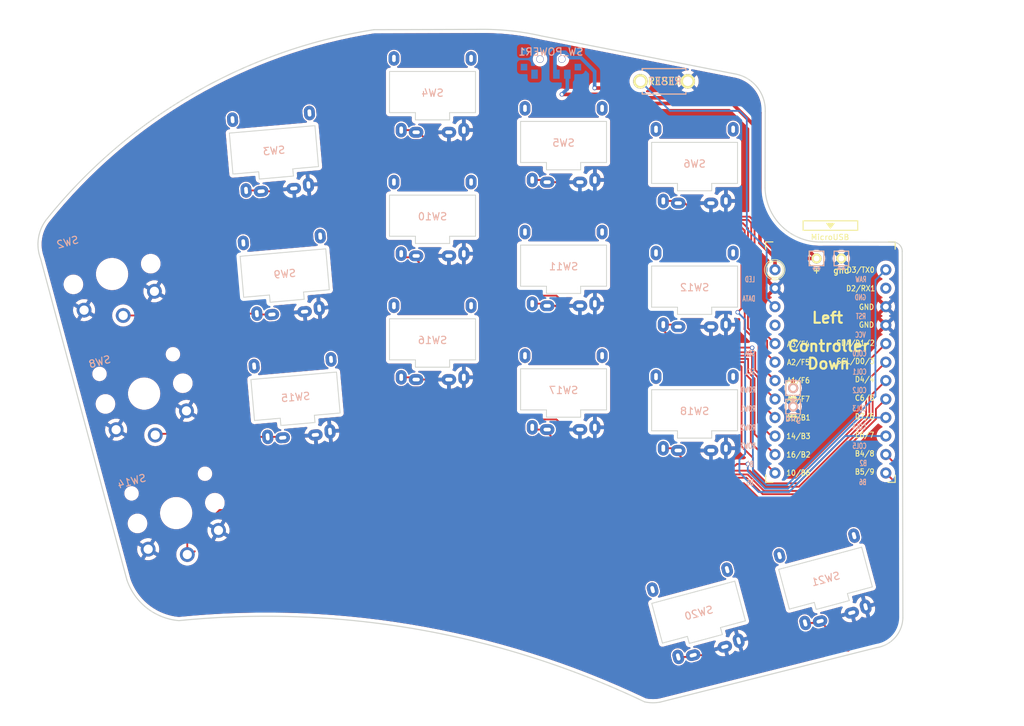
<source format=kicad_pcb>
(kicad_pcb (version 20211014) (generator pcbnew)
  (title_block (title "hypergolic") (date "2020-12-26") (rev "0.1") (company "broomlabs"))
  (layers (0 "F.Cu" signal) (31 "B.Cu" signal) (34 "B.Paste" user) (35 "F.Paste" user) (36 "B.SilkS" user "B.Silkscreen") (37 "F.SilkS" user "F.Silkscreen") (38 "B.Mask" user) (39 "F.Mask" user) (44 "Edge.Cuts" user))
  (net 0 "")
  (net 1 "reset")
  (net 2 "BT+")
  (net 3 "gnd")
  (net 4 "vcc")
  (net 5 "Switch18")
  (net 6 "Switch1")
  (net 7 "Switch2")
  (net 8 "Switch3")
  (net 9 "Switch4")
  (net 10 "Switch5")
  (net 11 "Switch6")
  (net 12 "Switch7")
  (net 13 "Switch8")
  (net 14 "Switch9")
  (net 15 "Switch10")
  (net 16 "Switch11")
  (net 17 "Switch12")
  (net 18 "Switch13")
  (net 19 "Switch14")
  (net 20 "Switch15")
  (net 21 "Switch16")
  (net 22 "Switch17")
  (net 23 "Net-(SW_POWER1-Pad1)")
  (net 24 "raw")
  (footprint "kbd:1pin_conn" (layer "F.Cu") (at 135.65 55.85)
    (fp_text reference "gnd")
    (fp_text value "MountingHole_Pad" hide)
  )
  (footprint "kbd:ResetSW" (layer "F.Cu") (at 111.304 31.496)
    (fp_text reference "RSW1" hide)
    (fp_text value "SW_Push")
  )
  (footprint "Kailh:SW_PG1350_rev_DPB2.1" (layer "F.Cu") (at 35.474366 57.988723 15)
    (fp_text reference "SW2" hide)
    (fp_text value "SW_Push" hide)
  )
  (footprint "kbd:Choc_Mini_PG1232_Choc_Spacing_dual_ease" (layer "F.Cu") (at 57.719643 41.041588 5)
    (fp_text reference "SW3" hide)
    (fp_text value "SW_Push" hide)
    (fp_line (start -2.35 3.7) (end 2.35 3.7) (layer "Edge.Cuts") (width 0.12))
    (fp_line (start 5.9 -2.95) (end 5.9 2.7) (layer "Edge.Cuts") (width 0.12))
    (fp_line (start 2.35 2.7) (end 5.9 2.7) (layer "Edge.Cuts") (width 0.12))
    (fp_line (start -5.9 -2.95) (end 5.9 -2.95) (layer "Edge.Cuts") (width 0.12))
    (fp_line (start -2.35 2.7) (end -2.35 3.7) (layer "Edge.Cuts") (width 0.12))
    (fp_line (start -5.9 2.7) (end -5.9 -2.95) (layer "Edge.Cuts") (width 0.12))
    (fp_line (start -2.35 2.7) (end -5.9 2.7) (layer "Edge.Cuts") (width 0.12))
    (fp_line (start 2.35 3.7) (end 2.35 2.7) (layer "Edge.Cuts") (width 0.12))
  )
  (footprint "kbd:Choc_Mini_PG1232_Choc_Spacing_dual_ease" (layer "F.Cu") (at 79.492 33.102)
    (fp_text reference "SW4" hide)
    (fp_text value "SW_Push" hide)
    (fp_line (start 5.9 -2.95) (end 5.9 2.7) (layer "Edge.Cuts") (width 0.12))
    (fp_line (start -2.35 3.7) (end 2.35 3.7) (layer "Edge.Cuts") (width 0.12))
    (fp_line (start -5.9 2.7) (end -5.9 -2.95) (layer "Edge.Cuts") (width 0.12))
    (fp_line (start 2.35 2.7) (end 5.9 2.7) (layer "Edge.Cuts") (width 0.12))
    (fp_line (start -2.35 2.7) (end -5.9 2.7) (layer "Edge.Cuts") (width 0.12))
    (fp_line (start -2.35 2.7) (end -2.35 3.7) (layer "Edge.Cuts") (width 0.12))
    (fp_line (start -5.9 -2.95) (end 5.9 -2.95) (layer "Edge.Cuts") (width 0.12))
    (fp_line (start 2.35 3.7) (end 2.35 2.7) (layer "Edge.Cuts") (width 0.12))
  )
  (footprint "kbd:Choc_Mini_PG1232_Choc_Spacing_dual_ease" (layer "F.Cu") (at 97.492 39.962)
    (fp_text reference "SW5" hide)
    (fp_text value "SW_Push" hide)
    (fp_line (start -2.35 3.7) (end 2.35 3.7) (layer "Edge.Cuts") (width 0.12))
    (fp_line (start -2.35 2.7) (end -5.9 2.7) (layer "Edge.Cuts") (width 0.12))
    (fp_line (start -5.9 -2.95) (end 5.9 -2.95) (layer "Edge.Cuts") (width 0.12))
    (fp_line (start -5.9 2.7) (end -5.9 -2.95) (layer "Edge.Cuts") (width 0.12))
    (fp_line (start 5.9 -2.95) (end 5.9 2.7) (layer "Edge.Cuts") (width 0.12))
    (fp_line (start 2.35 3.7) (end 2.35 2.7) (layer "Edge.Cuts") (width 0.12))
    (fp_line (start -2.35 2.7) (end -2.35 3.7) (layer "Edge.Cuts") (width 0.12))
    (fp_line (start 2.35 2.7) (end 5.9 2.7) (layer "Edge.Cuts") (width 0.12))
  )
  (footprint "kbd:Choc_Mini_PG1232_Choc_Spacing_dual_ease" (layer "F.Cu") (at 115.492 42.842)
    (fp_text reference "SW6" hide)
    (fp_text value "SW_Push" hide)
    (fp_line (start 2.35 3.7) (end 2.35 2.7) (layer "Edge.Cuts") (width 0.12))
    (fp_line (start -2.35 3.7) (end 2.35 3.7) (layer "Edge.Cuts") (width 0.12))
    (fp_line (start -5.9 2.7) (end -5.9 -2.95) (layer "Edge.Cuts") (width 0.12))
    (fp_line (start -2.35 2.7) (end -2.35 3.7) (layer "Edge.Cuts") (width 0.12))
    (fp_line (start 2.35 2.7) (end 5.9 2.7) (layer "Edge.Cuts") (width 0.12))
    (fp_line (start 5.9 -2.95) (end 5.9 2.7) (layer "Edge.Cuts") (width 0.12))
    (fp_line (start -5.9 -2.95) (end 5.9 -2.95) (layer "Edge.Cuts") (width 0.12))
    (fp_line (start -2.35 2.7) (end -5.9 2.7) (layer "Edge.Cuts") (width 0.12))
  )
  (footprint "Kailh:SW_PG1350_rev_DPB" (layer "F.Cu") (at 39.878 74.423309 15)
    (fp_text reference "SW8" hide)
    (fp_text value "SW_Push" hide)
  )
  (footprint "kbd:Choc_Mini_PG1232_Choc_Spacing_dual_ease" (layer "F.Cu") (at 59.201231 57.97691 5)
    (fp_text reference "SW9" hide)
    (fp_text value "SW_Push" hide)
    (fp_line (start 5.9 -2.95) (end 5.9 2.7) (layer "Edge.Cuts") (width 0.12))
    (fp_line (start 2.35 2.7) (end 5.9 2.7) (layer "Edge.Cuts") (width 0.12))
    (fp_line (start 2.35 3.7) (end 2.35 2.7) (layer "Edge.Cuts") (width 0.12))
    (fp_line (start -5.9 -2.95) (end 5.9 -2.95) (layer "Edge.Cuts") (width 0.12))
    (fp_line (start -2.35 3.7) (end 2.35 3.7) (layer "Edge.Cuts") (width 0.12))
    (fp_line (start -2.35 2.7) (end -2.35 3.7) (layer "Edge.Cuts") (width 0.12))
    (fp_line (start -2.35 2.7) (end -5.9 2.7) (layer "Edge.Cuts") (width 0.12))
    (fp_line (start -5.9 2.7) (end -5.9 -2.95) (layer "Edge.Cuts") (width 0.12))
  )
  (footprint "kbd:Choc_Mini_PG1232_Choc_Spacing_dual_ease" (layer "F.Cu") (at 79.492 50.092)
    (fp_text reference "SW10" hide)
    (fp_text value "SW_Push" hide)
    (fp_line (start -2.35 2.7) (end -5.9 2.7) (layer "Edge.Cuts") (width 0.12))
    (fp_line (start 5.9 -2.95) (end 5.9 2.7) (layer "Edge.Cuts") (width 0.12))
    (fp_line (start 2.35 2.7) (end 5.9 2.7) (layer "Edge.Cuts") (width 0.12))
    (fp_line (start 2.35 3.7) (end 2.35 2.7) (layer "Edge.Cuts") (width 0.12))
    (fp_line (start -5.9 -2.95) (end 5.9 -2.95) (layer "Edge.Cuts") (width 0.12))
    (fp_line (start -2.35 2.7) (end -2.35 3.7) (layer "Edge.Cuts") (width 0.12))
    (fp_line (start -5.9 2.7) (end -5.9 -2.95) (layer "Edge.Cuts") (width 0.12))
    (fp_line (start -2.35 3.7) (end 2.35 3.7) (layer "Edge.Cuts") (width 0.12))
  )
  (footprint "kbd:Choc_Mini_PG1232_Choc_Spacing_dual_ease" (layer "F.Cu") (at 97.492 56.962)
    (fp_text reference "SW11" hide)
    (fp_text value "SW_Push" hide)
    (fp_line (start 2.35 3.7) (end 2.35 2.7) (layer "Edge.Cuts") (width 0.12))
    (fp_line (start -5.9 2.7) (end -5.9 -2.95) (layer "Edge.Cuts") (width 0.12))
    (fp_line (start 5.9 -2.95) (end 5.9 2.7) (layer "Edge.Cuts") (width 0.12))
    (fp_line (start 2.35 2.7) (end 5.9 2.7) (layer "Edge.Cuts") (width 0.12))
    (fp_line (start -5.9 -2.95) (end 5.9 -2.95) (layer "Edge.Cuts") (width 0.12))
    (fp_line (start -2.35 2.7) (end -2.35 3.7) (layer "Edge.Cuts") (width 0.12))
    (fp_line (start -2.35 2.7) (end -5.9 2.7) (layer "Edge.Cuts") (width 0.12))
    (fp_line (start -2.35 3.7) (end 2.35 3.7) (layer "Edge.Cuts") (width 0.12))
  )
  (footprint "kbd:Choc_Mini_PG1232_Choc_Spacing_dual_ease" (layer "F.Cu") (at 115.492 59.842)
    (fp_text reference "SW12" hide)
    (fp_text value "SW_Push" hide)
    (fp_line (start 2.35 3.7) (end 2.35 2.7) (layer "Edge.Cuts") (width 0.12))
    (fp_line (start -2.35 2.7) (end -5.9 2.7) (layer "Edge.Cuts") (width 0.12))
    (fp_line (start -2.35 3.7) (end 2.35 3.7) (layer "Edge.Cuts") (width 0.12))
    (fp_line (start 2.35 2.7) (end 5.9 2.7) (layer "Edge.Cuts") (width 0.12))
    (fp_line (start -2.35 2.7) (end -2.35 3.7) (layer "Edge.Cuts") (width 0.12))
    (fp_line (start -5.9 -2.95) (end 5.9 -2.95) (layer "Edge.Cuts") (width 0.12))
    (fp_line (start 5.9 -2.95) (end 5.9 2.7) (layer "Edge.Cuts") (width 0.12))
    (fp_line (start -5.9 2.7) (end -5.9 -2.95) (layer "Edge.Cuts") (width 0.12))
  )
  (footprint "Kailh:SW_PG1350_rev_DPB" (layer "F.Cu") (at 44.279376 90.849566 15)
    (fp_text reference "SW14" hide)
    (fp_text value "SW_Push" hide)
  )
  (footprint "kbd:Choc_Mini_PG1232_Choc_Spacing_dual_ease" (layer "F.Cu") (at 60.683304 74.917124 5)
    (fp_text reference "SW15" hide)
    (fp_text value "SW_Push" hide)
    (fp_line (start 2.35 3.7) (end 2.35 2.7) (layer "Edge.Cuts") (width 0.12))
    (fp_line (start 2.35 2.7) (end 5.9 2.7) (layer "Edge.Cuts") (width 0.12))
    (fp_line (start -2.35 3.7) (end 2.35 3.7) (layer "Edge.Cuts") (width 0.12))
    (fp_line (start -5.9 2.7) (end -5.9 -2.95) (layer "Edge.Cuts") (width 0.12))
    (fp_line (start 5.9 -2.95) (end 5.9 2.7) (layer "Edge.Cuts") (width 0.12))
    (fp_line (start -5.9 -2.95) (end 5.9 -2.95) (layer "Edge.Cuts") (width 0.12))
    (fp_line (start -2.35 2.7) (end -5.9 2.7) (layer "Edge.Cuts") (width 0.12))
    (fp_line (start -2.35 2.7) (end -2.35 3.7) (layer "Edge.Cuts") (width 0.12))
  )
  (footprint "kbd:Choc_Mini_PG1232_Choc_Spacing_dual_ease" (layer "F.Cu") (at 79.492 67.092)
    (fp_text reference "SW16" hide)
    (fp_text value "SW_Push" hide)
    (fp_line (start 2.35 3.7) (end 2.35 2.7) (layer "Edge.Cuts") (width 0.12))
    (fp_line (start 2.35 2.7) (end 5.9 2.7) (layer "Edge.Cuts") (width 0.12))
    (fp_line (start -2.35 3.7) (end 2.35 3.7) (layer "Edge.Cuts") (width 0.12))
    (fp_line (start -2.35 2.7) (end -2.35 3.7) (layer "Edge.Cuts") (width 0.12))
    (fp_line (start 5.9 -2.95) (end 5.9 2.7) (layer "Edge.Cuts") (width 0.12))
    (fp_line (start -2.35 2.7) (end -5.9 2.7) (layer "Edge.Cuts") (width 0.12))
    (fp_line (start -5.9 2.7) (end -5.9 -2.95) (layer "Edge.Cuts") (width 0.12))
    (fp_line (start -5.9 -2.95) (end 5.9 -2.95) (layer "Edge.Cuts") (width 0.12))
  )
  (footprint "kbd:Choc_Mini_PG1232_Choc_Spacing_dual_ease" (layer "F.Cu") (at 97.492 73.967)
    (fp_text reference "SW17" hide)
    (fp_text value "SW_Push" hide)
    (fp_line (start -5.9 2.7) (end -5.9 -2.95) (layer "Edge.Cuts") (width 0.12))
    (fp_line (start 5.9 -2.95) (end 5.9 2.7) (layer "Edge.Cuts") (width 0.12))
    (fp_line (start -2.35 3.7) (end 2.35 3.7) (layer "Edge.Cuts") (width 0.12))
    (fp_line (start 2.35 3.7) (end 2.35 2.7) (layer "Edge.Cuts") (width 0.12))
    (fp_line (start -5.9 -2.95) (end 5.9 -2.95) (layer "Edge.Cuts") (width 0.12))
    (fp_line (start -2.35 2.7) (end -2.35 3.7) (layer "Edge.Cuts") (width 0.12))
    (fp_line (start 2.35 2.7) (end 5.9 2.7) (layer "Edge.Cuts") (width 0.12))
    (fp_line (start -2.35 2.7) (end -5.9 2.7) (layer "Edge.Cuts") (width 0.12))
  )
  (footprint "kbd:Choc_Mini_PG1232_Choc_Spacing_dual_ease" (layer "F.Cu") (at 115.492 76.842)
    (fp_text reference "SW18" hide)
    (fp_text value "SW_Push" hide)
    (fp_line (start -2.35 3.7) (end 2.35 3.7) (layer "Edge.Cuts") (width 0.12))
    (fp_line (start -5.9 2.7) (end -5.9 -2.95) (layer "Edge.Cuts") (width 0.12))
    (fp_line (start 2.35 2.7) (end 5.9 2.7) (layer "Edge.Cuts") (width 0.12))
    (fp_line (start -2.35 2.7) (end -5.9 2.7) (layer "Edge.Cuts") (width 0.12))
    (fp_line (start 5.9 -2.95) (end 5.9 2.7) (layer "Edge.Cuts") (width 0.12))
    (fp_line (start -5.9 -2.95) (end 5.9 -2.95) (layer "Edge.Cuts") (width 0.12))
    (fp_line (start -2.35 2.7) (end -2.35 3.7) (layer "Edge.Cuts") (width 0.12))
    (fp_line (start 2.35 3.7) (end 2.35 2.7) (layer "Edge.Cuts") (width 0.12))
  )
  (footprint "kbd:Choc_Mini_PG1232_Choc_Spacing_dual_ease" (layer "F.Cu") (at 116.07677 104.584857 15)
    (fp_text reference "SW20" hide)
    (fp_text value "SW_Push" hide)
    (fp_line (start -2.35 2.7) (end -2.35 3.7) (layer "Edge.Cuts") (width 0.12))
    (fp_line (start -2.35 3.7) (end 2.35 3.7) (layer "Edge.Cuts") (width 0.12))
    (fp_line (start 2.35 2.7) (end 5.9 2.7) (layer "Edge.Cuts") (width 0.12))
    (fp_line (start -5.9 2.7) (end -5.9 -2.95) (layer "Edge.Cuts") (width 0.12))
    (fp_line (start -2.35 2.7) (end -5.9 2.7) (layer "Edge.Cuts") (width 0.12))
    (fp_line (start 5.9 -2.95) (end 5.9 2.7) (layer "Edge.Cuts") (width 0.12))
    (fp_line (start 2.35 3.7) (end 2.35 2.7) (layer "Edge.Cuts") (width 0.12))
    (fp_line (start -5.9 -2.95) (end 5.9 -2.95) (layer "Edge.Cuts") (width 0.12))
  )
  (footprint "kbd:Choc_Mini_PG1232_Choc_Spacing_dual_ease" (layer "F.Cu") (at 133.511731 99.913172 15)
    (fp_text reference "SW21" hide)
    (fp_text value "SW_Push" hide)
    (fp_line (start -2.35 2.7) (end -2.35 3.7) (layer "Edge.Cuts") (width 0.12))
    (fp_line (start 5.9 -2.95) (end 5.9 2.7) (layer "Edge.Cuts") (width 0.12))
    (fp_line (start 2.35 3.7) (end 2.35 2.7) (layer "Edge.Cuts") (width 0.12))
    (fp_line (start -5.9 2.7) (end -5.9 -2.95) (layer "Edge.Cuts") (width 0.12))
    (fp_line (start -2.35 2.7) (end -5.9 2.7) (layer "Edge.Cuts") (width 0.12))
    (fp_line (start -5.9 -2.95) (end 5.9 -2.95) (layer "Edge.Cuts") (width 0.12))
    (fp_line (start 2.35 2.7) (end 5.9 2.7) (layer "Edge.Cuts") (width 0.12))
    (fp_line (start -2.35 3.7) (end 2.35 3.7) (layer "Edge.Cuts") (width 0.12))
  )
  (footprint "kbd:ProMicro_v3_flip" (layer "F.Cu") (at 134.15 71.875)
    (fp_text reference "U1" hide)
    (fp_text value "ProMicro-kbd" hide)
  )
  (footprint "kbd:1pin_conn" (layer "F.Cu") (at 132.246 55.85)
    (fp_text reference "+")
    (fp_text value "Val**" hide)
  )
  (footprint "Kailh:SPDT_C128955" (layer "B.Cu") (at 95.758 28.448 180)
    (fp_text reference "SW_POWER1")
    (fp_text value "SW_SPDT")
  )
  (footprint "kbd:1pin_conn" (layer "B.Cu") (at 129.032 76.2 180)
    (fp_text reference "gnd")
    (fp_text value "MountingHole_Pad" hide)
  )
  (footprint "kbd:1pin_conn" (layer "B.Cu") (at 129.032 73.66 180)
    (fp_text reference "+")
    (fp_text value "Val**" hide)
  )
  (gr_circle (center 126.5 57.4) (end 127.9 57.35) (layer "F.SilkS") (width 0.1) (fill none))
  (gr_circle (center 126.5 57.4) (end 127.642366 57.4) (layer "F.SilkS") (width 0.1) (fill none))
  (gr_line (start 142.668156 53.604895) (end 133.049932 53.588662) (layer "Edge.Cuts") (width 0.15))
  (gr_line (start 125.176073 46.117042) (end 125.2 35.6) (layer "Edge.Cuts") (width 0.15))
  (gr_arc (start 25.654 55.88) (mid 25.34959 53.115084) (end 26.416 50.546) (layer "Edge.Cuts") (width 0.15))
  (gr_arc (start 44.658948 105.635228) (mid 40.250001 103.9) (end 37.508948 100.035228) (layer "Edge.Cuts") (width 0.15))
  (gr_arc (start 120.907799 30.45543) (mid 124.025178 32.217361) (end 125.2 35.6) (layer "Edge.Cuts") (width 0.15))
  (gr_arc (start 133.049932 53.588662) (mid 127.55 51.5) (end 125.176073 46.117042) (layer "Edge.Cuts") (width 0.15))
  (gr_line (start 85.597472 24.359567) (end 71.45 24.4) (layer "Edge.Cuts") (width 0.15))
  (gr_arc (start 144.103597 105.244622) (mid 143.05 107.95) (end 140.503597 109.344622) (layer "Edge.Cuts") (width 0.15))
  (gr_arc (start 44.658948 105.635228) (mid 77.411516 106.826288) (end 108.630014 116.804) (layer "Edge.Cuts") (width 0.15))
  (gr_arc (start 26.416 50.546) (mid 46.484288 33.255326) (end 71.45 24.4) (layer "Edge.Cuts") (width 0.15))
  (gr_line (start 144.103597 105.244622) (end 144.018 54.882422) (layer "Edge.Cuts") (width 0.15))
  (gr_arc (start 85.597472 24.359567) (mid 90.089815 24.540232) (end 94.525607 25.273399) (layer "Edge.Cuts") (width 0.15))
  (gr_line (start 110.744 116.84) (end 140.503597 109.344622) (layer "Edge.Cuts") (width 0.15))
  (gr_line (start 120.907799 30.45543) (end 94.525607 25.273399) (layer "Edge.Cuts") (width 0.15))
  (gr_arc (start 142.668156 53.604895) (mid 143.621004 53.95) (end 144.018 54.882422) (layer "Edge.Cuts") (width 0.15))
  (gr_arc (start 110.744 116.84) (mid 109.685261 116.924509) (end 108.630014 116.804) (layer "Edge.Cuts") (width 0.15))
  (gr_line (start 25.654 55.88) (end 37.508948 100.035228) (layer "Edge.Cuts") (width 0.15))
  (gr_text "Controller\nDown" (at 133.9 69.1) (layer "F.SilkS") (effects (font (size 1.5 1.5) (thickness 0.3))))
  (gr_text "Left" (at 133.75 64) (layer "F.SilkS") (effects (font (size 1.5 1.5) (thickness 0.3))))
  (segment (start 122.666953 36.560953) (end 122.666953 49.006953) (width 0.25) (layer "B.Cu") (net 1))
  (segment (start 125.3887 54.5113) (end 125.3887 61.3243) (width 0.25) (layer "B.Cu") (net 1))
  (segment (start 121.666 35.56) (end 122.666953 36.560953) (width 0.25) (layer "B.Cu") (net 1))
  (segment (start 108.054 31.496) (end 112.118 35.56) (width 0.25) (layer "B.Cu") (net 1))
  (segment (start 125.3887 61.3243) (end 126.5414 62.477) (width 0.25) (layer "B.Cu") (net 1))
  (segment (start 112.118 35.56) (end 121.666 35.56) (width 0.25) (layer "B.Cu") (net 1))
  (segment (start 122.666953 49.006953) (end 122.666953 51.789553) (width 0.25) (layer "B.Cu") (net 1))
  (segment (start 122.666953 51.789553) (end 125.3887 54.5113) (width 0.25) (layer "B.Cu") (net 1))
  (segment (start 125.294635 50.255365) (end 125.294635 53.522565) (width 0.5) (layer "F.Cu") (net 2))
  (segment (start 106.95401 33.76199) (end 122.40799 33.76199) (width 0.5) (layer "F.Cu") (net 2))
  (segment (start 105.611353 32.419333) (end 106.95401 33.76199) (width 0.5) (layer "F.Cu") (net 2))
  (segment (start 125.294635 53.522565) (end 126.67407 54.902) (width 0.5) (layer "F.Cu") (net 2))
  (segment (start 122.40799 33.76199) (end 124.46 35.814) (width 0.5) (layer "F.Cu") (net 2))
  (segment (start 130.1 55.85) (end 129.032 56.918) (width 0.5) (layer "F.Cu") (net 2))
  (segment (start 129.032 56.918) (end 129.032 73.66) (width 0.5) (layer "F.Cu") (net 2))
  (segment (start 101.761333 32.419333) (end 105.611353 32.419333) (width 0.5) (layer "F.Cu") (net 2))
  (segment (start 124.46 49.42073) (end 125.294635 50.255365) (width 0.5) (layer "F.Cu") (net 2))
  (segment (start 132.246 55.85) (end 130.1 55.85) (width 0.5) (layer "F.Cu") (net 2))
  (segment (start 131.298 54.902) (end 132.246 55.85) (width 0.5) (layer "F.Cu") (net 2))
  (segment (start 124.46 35.814) (end 124.46 49.42073) (width 0.5) (layer "F.Cu") (net 2))
  (segment (start 126.67407 54.902) (end 131.298 54.902) (width 0.5) (layer "F.Cu") (net 2))
  (via (at 101.761333 32.419333) (size 0.6) (drill 0.4) (layers "F.Cu" "B.Cu") (net 2))
  (segment (start 101.761333 30.141331) (end 99.868003 28.248001) (width 0.5) (layer "B.Cu") (net 2))
  (segment (start 96.307999 27.991999) (end 96.307999 30.322999) (width 0.5) (layer "B.Cu") (net 2))
  (segment (start 96.307999 30.322999) (end 96.508 30.523) (width 0.5) (layer "B.Cu") (net 2))
  (segment (start 99.868003 28.248001) (end 98.464003 28.248001) (width 0.5) (layer "B.Cu") (net 2))
  (segment (start 97.714001 27.497999) (end 96.801999 27.497999) (width 0.5) (layer "B.Cu") (net 2))
  (segment (start 101.761333 32.419333) (end 101.761333 30.141331) (width 0.5) (layer "B.Cu") (net 2))
  (segment (start 98.464003 28.248001) (end 97.714001 27.497999) (width 0.5) (layer "B.Cu") (net 2))
  (segment (start 96.801999 27.497999) (end 96.307999 27.991999) (width 0.5) (layer "B.Cu") (net 2))
  (segment (start 96.432999 30.447999) (end 96.508 30.523) (width 0.25) (layer "B.Cu") (net 2))
  (segment (start 111.336835 51.900835) (end 121.622425 51.900835) (width 0.25) (layer "F.Cu") (net 6))
  (segment (start 121.928762 52.332762) (end 121.928762 55.888762) (width 0.25) (layer "F.Cu") (net 6))
  (segment (start 85.459912 42.28204) (end 86.61359 43.435718) (width 0.25) (layer "F.Cu") (net 6))
  (segment (start 45.212 60.706) (end 50.038 60.706) (width 0.25) (layer "F.Cu") (net 6))
  (segment (start 86.61359 43.43641) (end 91.8292 48.65202) (width 0.25) (layer "F.Cu") (net 6))
  (segment (start 50.038 60.706) (end 50.8 59.944) (width 0.25) (layer "F.Cu") (net 6))
  (segment (start 108.08802 48.65202) (end 111.336835 51.900835) (width 0.25) (layer "F.Cu") (net 6))
  (segment (start 91.8292 48.65202) (end 108.08802 48.65202) (width 0.25) (layer "F.Cu") (net 6))
  (segment (start 121.622425 51.900835) (end 121.86701 52.14542) (width 0.25) (layer "F.Cu") (net 6))
  (segment (start 121.928762 55.888762) (end 121.928762 61.730762) (width 0.25) (layer "F.Cu") (net 6))
  (segment (start 86.41517 43.23799) (end 86.61359 43.43641) (width 0.25) (layer "F.Cu") (net 6))
  (segment (start 63.76545 48.63096) (end 66.617009 45.779401) (width 0.25) (layer "F.Cu") (net 6))
  (segment (start 50.8 59.944) (end 50.8 50.038) (width 0.25) (layer "F.Cu") (net 6))
  (segment (start 121.928762 61.730762) (end 121.928762 62.729238) (width 0.25) (layer "F.Cu") (net 6))
  (segment (start 66.617009 45.779401) (end 66.61701 43.4934) (width 0.25) (layer "F.Cu") (net 6))
  (segment (start 86.61359 43.435718) (end 86.61359 43.43641) (width 0.25) (layer "F.Cu") (net 6))
  (segment (start 50.8 50.038) (end 52.20704 48.63096) (width 0.25) (layer "F.Cu") (net 6))
  (segment (start 52.20704 48.63096) (end 63.76545 48.63096) (width 0.25) (layer "F.Cu") (net 6))
  (segment (start 42.230315 63.687685) (end 45.212 60.706) (width 0.25) (layer "F.Cu") (net 6))
  (segment (start 67.82837 42.28204) (end 85.459912 42.28204) (width 0.25) (layer "F.Cu") (net 6))
  (segment (start 37.001398 63.687685) (end 42.230315 63.687685) (width 0.25) (layer "F.Cu") (net 6))
  (segment (start 121.86701 52.14542) (end 121.86701 52.27101) (width 0.25) (layer "F.Cu") (net 6))
  (segment (start 66.61701 43.4934) (end 67.82837 42.28204) (width 0.25) (layer "F.Cu") (net 6))
  (segment (start 121.928762 62.729238) (end 121.412 63.246) (width 0.25) (layer "F.Cu") (net 6))
  (segment (start 121.86701 52.27101) (end 121.928762 52.332762) (width 0.25) (layer "F.Cu") (net 6))
  (via (at 121.412 63.246) (size 0.6) (drill 0.4) (layers "F.Cu" "B.Cu") (net 6))
  (segment (start 122.4366 82.7134) (end 121.65 83.5) (width 0.25) (layer "B.Cu") (net 6))
  (segment (start 122.4366 64.2706) (end 122.4366 82.7134) (width 0.25) (layer "B.Cu") (net 6))
  (segment (start 124.292859 87.942859) (end 128.492859 87.942859) (width 0.25) (layer "B.Cu") (net 6))
  (segment (start 122.45 86.1) (end 124.292859 87.942859) (width 0.25) (layer "B.Cu") (net 6))
  (segment (start 121.65 83.5) (end 121.65 85.25) (width 0.25) (layer "B.Cu") (net 6))
  (segment (start 136.178718 80.257) (end 141.7614 80.257) (width 0.25) (layer "B.Cu") (net 6))
  (segment (start 121.65 85.25) (end 122.45 86.05) (width 0.25) (layer "B.Cu") (net 6))
  (segment (start 121.412 63.246) (end 122.4366 64.2706) (width 0.25) (layer "B.Cu") (net 6))
  (segment (start 122.45 86.05) (end 122.45 86.1) (width 0.25) (layer "B.Cu") (net 6))
  (segment (start 128.492859 87.942859) (end 136.178718 80.257) (width 0.25) (layer "B.Cu") (net 6))
  (segment (start 122.807141 66.042859) (end 122.379262 65.61498) (width 0.25) (layer "F.Cu") (net 7))
  (segment (start 66.167 43.307) (end 67.64148 41.83252) (width 0.25) (layer "F.Cu") (net 7))
  (segment (start 122.379262 65.579262) (end 122.379262 65.3) (width 0.25) (layer "F.Cu") (net 7))
  (segment (start 122.643054 65.878772) (end 122.807141 66.042859) (width 0.25) (layer "F.Cu") (net 7))
  (segment (start 122.329 51.971) (end 122.378282 52.020282) (width 0.25) (layer "F.Cu") (net 7))
  (segment (start 55.828657 46.496951) (end 55.948846 46.61714) (width 0.25) (layer "F.Cu") (net 7))
  (segment (start 55.948846 46.61714) (end 57.931865 46.61714) (width 0.25) (layer "F.Cu") (net 7))
  (segment (start 122.329 51.971) (end 122.378772 52.020772) (width 0.25) (layer "F.Cu") (net 7))
  (segment (start 121.808825 51.450825) (end 122.329 51.971) (width 0.25) (layer "F.Cu") (net 7))
  (segment (start 59.496165 48.18144) (end 63.57856 48.18144) (width 0.25) (layer "F.Cu") (net 7))
  (segment (start 85.64611 41.83252) (end 92.0156 48.20201) (width 0.25) (layer "F.Cu") (net 7))
  (segment (start 67.64148 41.83252) (end 85.64611 41.83252) (width 0.25) (layer "F.Cu") (net 7))
  (segment (start 122.379262 65.61498) (end 122.379262 65.579262) (width 0.25) (layer "F.Cu") (net 7))
  (segment (start 125.1572 73.7928) (end 126.5414 75.177) (width 0.25) (layer "F.Cu") (net 7))
  (segment (start 57.931865 46.61714) (end 59.496165 48.18144) (width 0.25) (layer "F.Cu") (net 7))
  (segment (start 122.378282 52.020282) (end 122.378282 65.578282) (width 0.25) (layer "F.Cu") (net 7))
  (segment (start 108.39719 48.20201) (end 111.646005 51.450825) (width 0.25) (layer "F.Cu") (net 7))
  (segment (start 122.807141 66.042859) (end 124.27768 67.513398) (width 0.25) (layer "F.Cu") (net 7))
  (segment (start 124.359341 71.090659) (end 125.1572 71.888518) (width 0.25) (layer "F.Cu") (net 7))
  (segment (start 66.167 45.593) (end 66.167 43.307) (width 0.25) (layer "F.Cu") (net 7))
  (segment (start 124.27768 67.513398) (end 124.27768 71.008997) (width 0.25) (layer "F.Cu") (net 7))
  (segment (start 111.646005 51.450825) (end 121.808825 51.450825) (width 0.25) (layer "F.Cu") (net 7))
  (segment (start 63.57856 48.18144) (end 66.167 45.593) (width 0.25) (layer "F.Cu") (net 7))
  (segment (start 122.378282 65.578282) (end 122.379262 65.579262) (width 0.25) (layer "F.Cu") (net 7))
  (segment (start 92.0156 48.20201) (end 108.39719 48.20201) (width 0.25) (layer "F.Cu") (net 7))
  (segment (start 124.27768 71.008997) (end 124.359341 71.090659) (width 0.25) (layer "F.Cu") (net 7))
  (segment (start 125.1572 71.888518) (end 125.1572 73.7928) (width 0.25) (layer "F.Cu") (net 7))
  (segment (start 53.8805 46.496951) (end 55.828657 46.496951) (width 0.25) (layer "F.Cu") (net 7))
  (segment (start 108.58359 47.752) (end 111.832405 51.000815) (width 0.25) (layer "F.Cu") (net 8))
  (segment (start 79.492 40.396) (end 79.492 40.63) (width 0.25) (layer "F.Cu") (net 8))
  (segment (start 122.120815 51.000815) (end 122.828782 51.708782) (width 0.25) (layer "F.Cu") (net 8))
  (segment (start 75.192 38.202) (end 76.942 38.202) (width 0.25) (layer "F.Cu") (net 8))
  (segment (start 124.7272 67.3272) (end 124.7272 70.8228) (width 0.25) (layer "F.Cu") (net 8))
  (segment (start 80.245 41.383) (end 85.833 41.383) (width 0.25) (layer "F.Cu") (net 8))
  (segment (start 122.828782 51.708782) (end 122.828782 65.428782) (width 0.25) (layer "F.Cu") (net 8))
  (segment (start 85.833 41.383) (end 92.202 47.752) (width 0.25) (layer "F.Cu") (net 8))
  (segment (start 79.492 40.63) (end 80.245 41.383) (width 0.25) (layer "F.Cu") (net 8))
  (segment (start 92.202 47.752) (end 108.58359 47.752) (width 0.25) (layer "F.Cu") (net 8))
  (segment (start 77.242 38.502) (end 77.598 38.502) (width 0.25) (layer "F.Cu") (net 8))
  (segment (start 122.828782 65.428782) (end 124.7272 67.3272) (width 0.25) (layer "F.Cu") (net 8))
  (segment (start 77.598 38.502) (end 79.492 40.396) (width 0.25) (layer "F.Cu") (net 8))
  (segment (start 76.942 38.202) (end 77.242 38.502) (width 0.25) (layer "F.Cu") (net 8))
  (segment (start 111.832405 51.000815) (end 122.120815 51.000815) (width 0.25) (layer "F.Cu") (net 8))
  (segment (start 124.7272 70.8228) (end 126.5414 72.637) (width 0.25) (layer "F.Cu") (net 8))
  (segment (start 123.278791 64.978791) (end 125.454889 67.154889) (width 0.25) (layer "F.Cu") (net 9))
  (segment (start 122.859019 50.550805) (end 123.278791 50.970577) (width 0.25) (layer "F.Cu") (net 9))
  (segment (start 93.192 45.062) (end 94.942 45.062) (width 0.25) (layer "F.Cu") (net 9))
  (segment (start 98.35599 46.72599) (end 98.35599 47.30199) (width 0.25) (layer "F.Cu") (net 9))
  (segment (start 125.454889 67.154889) (end 125.454889 69.010489) (width 0.25) (layer "F.Cu") (net 9))
  (segment (start 94.942 45.062) (end 95.242 45.362) (width 0.25) (layer "F.Cu") (net 9))
  (segment (start 95.242 45.362) (end 96.992 45.362) (width 0.25) (layer "F.Cu") (net 9))
  (segment (start 98.35599 47.30199) (end 108.76999 47.30199) (width 0.25) (layer "F.Cu") (net 9))
  (segment (start 123.278791 50.970577) (end 123.278791 64.978791) (width 0.25) (layer "F.Cu") (net 9))
  (segment (start 108.76999 47.30199) (end 112.018805 50.550805) (width 0.25) (layer "F.Cu") (net 9))
  (segment (start 112.018805 50.550805) (end 122.859019 50.550805) (width 0.25) (layer "F.Cu") (net 9))
  (segment (start 125.454889 69.010489) (end 126.5414 70.097) (width 0.25) (layer "F.Cu") (net 9))
  (segment (start 96.992 45.362) (end 98.35599 46.72599) (width 0.25) (layer "F.Cu") (net 9))
  (segment (start 113.242 48.242) (end 114.15641 48.242) (width 0.25) (layer "F.Cu") (net 10))
  (segment (start 114.15641 48.242) (end 115.761205 49.846795) (width 0.25) (layer "F.Cu") (net 10))
  (segment (start 112.942 47.942) (end 113.242 48.242) (width 0.25) (layer "F.Cu") (net 10))
  (segment (start 115.761205 49.846795) (end 116.015205 50.100795) (width 0.25) (layer "F.Cu") (net 10))
  (segment (start 116.015205 50.100795) (end 123.045419 50.100795) (width 0.25) (layer "F.Cu") (net 10))
  (segment (start 115.492 49.57759) (end 115.761205 49.846795) (width 0.25) (layer "F.Cu") (net 10))
  (segment (start 111.192 47.942) (end 112.942 47.942) (width 0.25) (layer "F.Cu") (net 10))
  (segment (start 123.045419 50.100795) (end 123.728801 50.784177) (width 0.25) (layer "F.Cu") (net 10))
  (segment (start 123.728801 50.784177) (end 123.728801 64.744401) (width 0.25) (layer "F.Cu") (net 10))
  (segment (start 123.728801 64.744401) (end 126.5414 67.557) (width 0.25) (layer "F.Cu") (net 10))
  (segment (start 110.377854 65.898146) (end 106.172 61.692293) (width 0.25) (layer "F.Cu") (net 11))
  (segment (start 85.27233 42.73156) (end 68.01844 42.73156) (width 0.25) (layer "F.Cu") (net 11))
  (segment (start 51.25001 62.785688) (end 52.00148 63.537158) (width 0.25) (layer "F.Cu") (net 11))
  (segment (start 123.82816 71.195196) (end 124.70768 72.074716) (width 0.25) (layer "F.Cu") (net 11))
  (segment (start 110.796717 66.31701) (end 110.377854 65.898146) (width 0.25) (layer "F.Cu") (net 11))
  (segment (start 124.6372 75.8128) (end 126.5414 77.717) (width 0.25) (layer "F.Cu") (net 11))
  (segment (start 68.01844 42.73156) (end 67.067018 43.682982) (width 0.25) (layer "F.Cu") (net 11))
  (segment (start 110.377854 65.898146) (end 113.229708 68.75) (width 0.25) (layer "F.Cu") (net 11))
  (segment (start 106.172 61.692293) (end 106.172 49.53) (width 0.25) (layer "F.Cu") (net 11))
  (segment (start 91.642799 49.102029) (end 85.27233 42.73156) (width 0.25) (layer "F.Cu") (net 11))
  (segment (start 113.229708 68.75) (end 123.82816 68.75) (width 0.25) (layer "F.Cu") (net 11))
  (segment (start 67.067018 43.682982) (end 67.067018 45.965802) (width 0.25) (layer "F.Cu") (net 11))
  (segment (start 52.134897 49.340205) (end 52.134205 49.340205) (width 0.25) (layer "F.Cu") (net 11))
  (segment (start 106.172 49.53) (end 105.74403 49.10203) (width 0.25) (layer "F.Cu") (net 11))
  (segment (start 52.00148 73.924966) (end 45.975083 79.951363) (width 0.25) (layer "F.Cu") (net 11))
  (segment (start 123.82816 68.75) (end 123.82816 71.195196) (width 0.25) (layer "F.Cu") (net 11))
  (segment (start 124.70768 72.074716) (end 124.70768 75.74232) (width 0.25) (layer "F.Cu") (net 11))
  (segment (start 52.394622 49.08048) (end 52.134897 49.340205) (width 0.25) (layer "F.Cu") (net 11))
  (segment (start 45.975083 79.951363) (end 41.829832 79.951363) (width 0.25) (layer "F.Cu") (net 11))
  (segment (start 51.25001 50.2244) (end 51.25001 62.785688) (width 0.25) (layer "F.Cu") (net 11))
  (segment (start 52.00148 63.537158) (end 52.00148 73.924966) (width 0.25) (layer "F.Cu") (net 11))
  (segment (start 124.70768 75.74232) (end 124.6372 75.8128) (width 0.25) (layer "F.Cu") (net 11))
  (segment (start 67.067018 45.965802) (end 63.95234 49.08048) (width 0.25) (layer "F.Cu") (net 11))
  (segment (start 63.95234 49.08048) (end 52.394622 49.08048) (width 0.25) (layer "F.Cu") (net 11))
  (segment (start 52.134205 49.340205) (end 51.25001 50.2244) (width 0.25) (layer "F.Cu") (net 11))
  (segment (start 105.74403 49.10203) (end 91.642799 49.102029) (width 0.25) (layer "F.Cu") (net 11))
  (segment (start 105.72199 49.7164) (end 105.721991 61.878694) (width 0.25) (layer "F.Cu") (net 12))
  (segment (start 67.564 43.836) (end 68.21892 43.18108) (width 0.25) (layer "F.Cu") (net 12))
  (segment (start 67.564 46.228) (end 64.262 49.53) (width 0.25) (layer "F.Cu") (net 12))
  (segment (start 124.18768 72.331394) (end 124.18768 78.414759) (width 0.25) (layer "F.Cu") (net 12))
  (segment (start 51.70002 62.59998) (end 52.532313 63.432273) (width 0.25) (layer "F.Cu") (net 12))
  (segment (start 123.37864 71.22136) (end 123.298623 71.301377) (width 0.25) (layer "F.Cu") (net 12))
  (segment (start 67.564 44.196) (end 67.564 44.45) (width 0.25) (layer "F.Cu") (net 12))
  (segment (start 57.430434 63.552462) (end 55.482277 63.552462) (width 0.25) (layer "F.Cu") (net 12))
  (segment (start 91.4564 49.552038) (end 105.557628 49.552038) (width 0.25) (layer "F.Cu") (net 12))
  (segment (start 123.298623 71.301377) (end 124.25816 72.260914) (width 0.25) (layer "F.Cu") (net 12))
  (segment (start 86.04237 44.13801) (end 86.22718 44.32282) (width 0.25) (layer "F.Cu") (net 12))
  (segment (start 52.532313 63.432273) (end 55.362088 63.432273) (width 0.25) (layer "F.Cu") (net 12))
  (segment (start 55.482277 63.552462) (end 55.362088 63.432273) (width 0.25) (layer "F.Cu") (net 12))
  (segment (start 86.22718 44.32282) (end 91.4564 49.552038) (width 0.25) (layer "F.Cu") (net 12))
  (segment (start 113.05048 69.19952) (end 123.34952 69.19952) (width 0.25) (layer "F.Cu") (net 12))
  (segment (start 123.34952 69.19952) (end 123.37864 69.22864) (width 0.25) (layer "F.Cu") (net 12))
  (segment (start 123.37864 69.22864) (end 123.37864 71.22136) (width 0.25) (layer "F.Cu") (net 12))
  (segment (start 113.046649 69.203351) (end 113.05048 69.19952) (width 0.25) (layer "F.Cu") (net 12))
  (segment (start 126.049442 80.276521) (end 126.5414 80.276521) (width 0.25) (layer "F.Cu") (net 12))
  (segment (start 105.557628 49.552038) (end 105.72199 49.7164) (width 0.25) (layer "F.Cu") (net 12))
  (segment (start 105.721991 61.878694) (end 113.046649 69.203351) (width 0.25) (layer "F.Cu") (net 12))
  (segment (start 52.58082 49.53) (end 51.70002 50.4108) (width 0.25) (layer "F.Cu") (net 12))
  (segment (start 64.262 49.53) (end 52.58082 49.53) (width 0.25) (layer "F.Cu") (net 12))
  (segment (start 67.564 46.164) (end 67.564 46.228) (width 0.25) (layer "F.Cu") (net 12))
  (segment (start 124.18768 78.414759) (end 126.049442 80.276521) (width 0.25) (layer "F.Cu") (net 12))
  (segment (start 124.25816 72.260914) (end 124.18768 72.331394) (width 0.25) (layer "F.Cu") (net 12))
  (segment (start 86.22718 44.322128) (end 86.22718 44.32282) (width 0.25) (layer "F.Cu") (net 12))
  (segment (start 85.086132 43.18108) (end 86.22718 44.322128) (width 0.25) (layer "F.Cu") (net 12))
  (segment (start 68.21892 43.18108) (end 85.086132 43.18108) (width 0.25) (layer "F.Cu") (net 12))
  (segment (start 67.564 44.45) (end 67.564 46.164) (width 0.25) (layer "F.Cu") (net 12))
  (segment (start 67.564 46.164) (end 67.564 43.836) (width 0.25) (layer "F.Cu") (net 12))
  (segment (start 51.70002 50.4108) (end 51.70002 62.59998) (width 0.25) (layer "F.Cu") (net 12))
  (segment (start 97.208146 61.648146) (end 97.208146 62.557854) (width 0.25) (layer "F.Cu") (net 13))
  (segment (start 123.730764 72.369236) (end 123.730764 79.986364) (width 0.25) (layer "F.Cu") (net 13))
  (segment (start 93.965727 60.706) (end 94.353863 61.094137) (width 0.25) (layer "F.Cu") (net 13))
  (segment (start 79.416 58.166) (end 87.122 58.166) (width 0.25) (layer "F.Cu") (net 13))
  (segment (start 112.859761 69.652871) (end 122.846169 69.652871) (width 0.25) (layer "F.Cu") (net 13))
  (segment (start 97.208146 62.557854) (end 98.716282 64.065989) (width 0.25) (layer "F.Cu") (net 13))
  (segment (start 122.846169 71.484641) (end 123.730764 72.369236) (width 0.25) (layer "F.Cu") (net 13))
  (segment (start 123.730764 79.986364) (end 126.5414 82.797) (width 0.25) (layer "F.Cu") (net 13))
  (segment (start 94.353863 61.094137) (end 94.488 60.96) (width 0.25) (layer "F.Cu") (net 13))
  (segment (start 87.122 58.166) (end 89.662 60.706) (width 0.25) (layer "F.Cu") (net 13))
  (segment (start 122.846169 69.652871) (end 122.846169 71.484641) (width 0.25) (layer "F.Cu") (net 13))
  (segment (start 76.942 55.692) (end 79.416 58.166) (width 0.25) (layer "F.Cu") (net 13))
  (segment (start 98.716282 64.065989) (end 107.272877 64.065989) (width 0.25) (layer "F.Cu") (net 13))
  (segment (start 107.272877 64.065989) (end 112.859761 69.652871) (width 0.25) (layer "F.Cu") (net 13))
  (segment (start 75.192 55.692) (end 76.942 55.692) (width 0.25) (layer "F.Cu") (net 13))
  (segment (start 89.662 60.706) (end 93.965727 60.706) (width 0.25) (layer "F.Cu") (net 13))
  (segment (start 96.52 60.96) (end 97.208146 61.648146) (width 0.25) (layer "F.Cu") (net 13))
  (segment (start 94.488 60.96) (end 96.52 60.96) (width 0.25) (layer "F.Cu") (net 13))
  (segment (start 123.212905 81.162905) (end 123.212905 72.487094) (width 0.25) (layer "F.Cu") (net 14))
  (segment (start 105.917999 64.515999) (end 98.529882 64.515999) (width 0.25) (layer "F.Cu") (net 14))
  (segment (start 112.672871 70.102391) (end 107.132434 64.561956) (width 0.25) (layer "F.Cu") (net 14))
  (segment (start 122.352391 70.102391) (end 112.672871 70.102391) (width 0.25) (layer "F.Cu") (net 14))
  (segment (start 123.212905 72.487094) (end 122.396649 71.670838) (width 0.25) (layer "F.Cu") (net 14))
  (segment (start 107.132434 64.561956) (end 105.963956 64.561956) (width 0.25) (layer "F.Cu") (net 14))
  (segment (start 93.192 62.062) (end 94.942 62.062) (width 0.25) (layer "F.Cu") (net 14))
  (segment (start 122.396649 71.670838) (end 122.396649 70.146649) (width 0.25) (layer "F.Cu") (net 14))
  (segment (start 94.942 62.062) (end 95.242 62.362) (width 0.25) (layer "F.Cu") (net 14))
  (segment (start 105.963956 64.561956) (end 105.917999 64.515999) (width 0.25) (layer "F.Cu") (net 14))
  (segment (start 124.975 82.925) (end 123.212905 81.162905) (width 0.25) (layer "F.Cu") (net 14))
  (segment (start 126.5414 85.337) (end 124.975 83.7706) (width 0.25) (layer "F.Cu") (net 14))
  (segment (start 122.396649 70.146649) (end 122.352391 70.102391) (width 0.25) (layer "F.Cu") (net 14))
  (segment (start 124.975 83.7706) (end 124.975 82.925) (width 0.25) (layer "F.Cu") (net 14))
  (segment (start 96.375883 62.362) (end 95.242 62.362) (width 0.25) (layer "F.Cu") (net 14))
  (segment (start 98.529882 64.515999) (end 96.375883 62.362) (width 0.25) (layer "F.Cu") (net 14))
  (segment (start 111.192 65.726) (end 111.192 64.942) (width 0.25) (layer "F.Cu") (net 15))
  (segment (start 123.4 68.1255) (end 123.3745 68.1) (width 0.25) (layer "F.Cu") (net 15))
  (segment (start 123.3745 68.1) (end 113.566 68.1) (width 0.25) (layer "F.Cu") (net 15))
  (segment (start 113.566 68.1) (end 111.192 65.726) (width 0.25) (layer "F.Cu") (net 15))
  (segment (start 111.192 64.942) (end 112.942 64.942) (width 0.25) (layer "F.Cu") (net 15))
  (segment (start 112.942 64.942) (end 113.242 65.242) (width 0.25) (layer "F.Cu") (net 15))
  (via (at 123.4 68.1255) (size 0.6) (drill 0.4) (layers "F.Cu" "B.Cu") (net 15))
  (segment (start 123.5 68.2255) (end 123.5 85.164282) (width 0.25) (layer "B.Cu") (net 15))
  (segment (start 123.4 68.1255) (end 123.5 68.2255) (width 0.25) (layer "B.Cu") (net 15))
  (segment (start 140.336511 58.821889) (end 141.7614 57.397) (width 0.25) (layer "B.Cu") (net 15))
  (segment (start 128.132141 87.032141) (end 140.336511 74.827772) (width 0.25) (layer "B.Cu") (net 15))
  (segment (start 140.336511 74.827772) (end 140.336511 58.821889) (width 0.25) (layer "B.Cu") (net 15))
  (segment (start 123.5 85.164282) (end 125.367859 87.032141) (width 0.25) (layer "B.Cu") (net 15))
  (segment (start 125.367859 87.032141) (end 128.132141 87.032141) (width 0.25) (layer "B.Cu") (net 15))
  (segment (start 106.946034 65.011966) (end 104.002376 65.011966) (width 0.25) (layer "F.Cu") (net 16))
  (segment (start 110.257644 68.323574) (end 106.946034 65.011966) (width 0.25) (layer "F.Cu") (net 16))
  (segment (start 121.75 70.551911) (end 112.461911 70.551911) (width 0.25) (layer "F.Cu") (net 16))
  (segment (start 91.12801 61.15601) (end 89.4756 61.15601) (width 0.25) (layer "F.Cu") (net 16))
  (segment (start 45.806232 94.855721) (end 50.237953 90.424) (width 0.25) (layer "F.Cu") (net 16))
  (segment (start 73.717991 58.616009) (end 66.04 66.294) (width 0.25) (layer "F.Cu") (net 16))
  (segment (start 46.830677 96.106677) (end 46.426718 96.510636) (width 0.25) (layer "F.Cu") (net 16))
  (segment (start 139.05048 77.363802) (end 129.657141 86.757141) (width 0.25) (layer "F.Cu") (net 16))
  (segment (start 125.442859 86.757141) (end 123.5 84.814282) (width 0.25) (layer "F.Cu") (net 16))
  (segment (start 50.237953 90.424) (end 51.562 90.424) (width 0.25) (layer "F.Cu") (net 16))
  (segment (start 121.947129 70.74904) (end 121.75 70.551911) (width 0.25) (layer "F.Cu") (net 16))
  (segment (start 52.451 67.437) (end 52.451 89.789) (width 0.25) (layer "F.Cu") (net 16))
  (segment (start 139.05048 70.26792) (end 139.05048 77.363802) (width 0.25) (layer "F.Cu") (net 16))
  (segment (start 123.5 84.814282) (end 123.5 83.25) (width 0.25) (layer "F.Cu") (net 16))
  (segment (start 93.285599 64.966009) (end 91.694 63.37441) (width 0.25) (layer "F.Cu") (net 16))
  (segment (start 66.04 66.294) (end 53.594 66.294) (width 0.25) (layer "F.Cu") (net 16))
  (segment (start 112.461911 70.551911) (end 110.257644 68.347644) (width 0.25) (layer "F.Cu") (net 16))
  (segment (start 91.694 63.37441) (end 91.694 61.722) (width 0.25) (layer "F.Cu") (net 16))
  (segment (start 123.5 83.25) (end 121.947129 81.697129) (width 0.25) (layer "F.Cu") (net 16))
  (segment (start 89.4756 61.15601) (end 86.935599 58.616009) (width 0.25) (layer "F.Cu") (net 16))
  (segment (start 53.594 66.294) (end 52.451 67.437) (width 0.25) (layer "F.Cu") (net 16))
  (segment (start 129.657141 86.757141) (end 125.442859 86.757141) (width 0.25) (layer "F.Cu") (net 16))
  (segment (start 52.451 89.789) (end 51.816 90.424) (width 0.25) (layer "F.Cu") (net 16))
  (segment (start 121.947129 81.697129) (end 121.947129 70.74904) (width 0.25) (layer "F.Cu") (net 16))
  (segment (start 91.694 61.722) (end 91.12801 61.15601) (width 0.25) (layer "F.Cu") (net 16))
  (segment (start 104.002376 65.011966) (end 103.956419 64.966009) (width 0.25) (layer "F.Cu") (net 16))
  (segment (start 103.956419 64.966009) (end 93.285599 64.966009) (width 0.25) (layer "F.Cu") (net 16))
  (segment (start 141.7614 67.557) (end 139.05048 70.26792) (width 0.25) (layer "F.Cu") (net 16))
  (segment (start 110.257644 68.347644) (end 110.257644 68.323574) (width 0.25) (layer "F.Cu") (net 16))
  (segment (start 45.806232 96.292561) (end 45.806232 94.855721) (width 0.25) (layer "F.Cu") (net 16))
  (segment (start 51.562 90.424) (end 51.816 90.424) (width 0.25) (layer "F.Cu") (net 16))
  (segment (start 86.935599 58.616009) (end 73.717991 58.616009) (width 0.25) (layer "F.Cu") (net 16))
  (segment (start 86.86518 59.182) (end 89.2892 61.60602) (width 0.25) (layer "F.Cu") (net 17))
  (segment (start 89.2892 61.60602) (end 90.81602 61.60602) (width 0.25) (layer "F.Cu") (net 17))
  (segment (start 104.902 66.548) (end 104.902 81.788) (width 0.25) (layer "F.Cu") (net 17))
  (segment (start 139.5 77.55) (end 139.5 72.3584) (width 0.25) (layer "F.Cu") (net 17))
  (segment (start 53.90599 66.74401) (end 52.90101 67.74899) (width 0.25) (layer "F.Cu") (net 17))
  (segment (start 91.24399 63.56081) (end 93.099199 65.416019) (width 0.25) (layer "F.Cu") (net 17))
  (segment (start 129.825 87.225) (end 139.5 77.55) (width 0.25) (layer "F.Cu") (net 17))
  (segment (start 66.35199 66.74401) (end 53.90599 66.74401) (width 0.25) (layer "F.Cu") (net 17))
  (segment (start 90.81602 61.60602) (end 91.24399 62.03399) (width 0.25) (layer "F.Cu") (net 17))
  (segment (start 104.394 66.04) (end 104.902 66.548) (width 0.25) (layer "F.Cu") (net 17))
  (segment (start 56.844161 80.372487) (end 55.009513 80.372487) (width 0.25) (layer "F.Cu") (net 17))
  (segment (start 72.009 61.087) (end 73.914 59.182) (width 0.25) (layer "F.Cu") (net 17))
  (segment (start 58.792318 80.372487) (end 58.912507 80.492676) (width 0.25) (layer "F.Cu") (net 17))
  (segment (start 71.901626 61.194374) (end 72.009 61.087) (width 0.25) (layer "F.Cu") (net 17))
  (segment (start 139.5 72.3584) (end 141.7614 70.097) (width 0.25) (layer "F.Cu") (net 17))
  (segment (start 91.24399 62.03399) (end 91.24399 63.56081) (width 0.25) (layer "F.Cu") (net 17))
  (segment (start 108.132 85.018) (end 123.068 85.018) (width 0.25) (layer "F.Cu") (net 17))
  (segment (start 52.90101 67.74899) (end 52.90101 75.62299) (width 0.25) (layer "F.Cu") (net 17))
  (segment (start 73.914 59.182) (end 86.86518 59.182) (width 0.25) (layer "F.Cu") (net 17))
  (segment (start 104.902 81.788) (end 108.132 85.018) (width 0.25) (layer "F.Cu") (net 17))
  (segment (start 72.009 61.087) (end 66.35199 66.74401) (width 0.25) (layer "F.Cu") (net 17))
  (segment (start 52.90052 75.62348) (end 52.90052 78.55452) (width 0.25) (layer "F.Cu") (net 17))
  (segment (start 123.068 85.018) (end 125.275 87.225) (width 0.25) (layer "F.Cu") (net 17))
  (segment (start 125.275 87.225) (end 129.825 87.225) (width 0.25) (layer "F.Cu") (net 17))
  (segment (start 55.009513 80.372487) (end 54.864 80.518) (width 0.25) (layer "F.Cu") (net 17))
  (segment (start 103.770019 65.416019) (end 104.902 66.548) (width 0.25) (layer "F.Cu") (net 17))
  (segment (start 56.844161 80.372487) (end 58.792318 80.372487) (width 0.25) (layer "F.Cu") (net 17))
  (segment (start 52.90101 75.62299) (end 52.90101 76.38499) (width 0.25) (layer "F.Cu") (net 17))
  (segment (start 93.099199 65.416019) (end 103.770019 65.416019) (width 0.25) (layer "F.Cu") (net 17))
  (segment (start 52.90052 78.55452) (end 54.864 80.518) (width 0.25) (layer "F.Cu") (net 17))
  (segment (start 52.90101 75.62299) (end 52.90052 75.62348) (width 0.25) (layer "F.Cu") (net 17))
  (segment (start 139.94952 77.736198) (end 139.94952 74.44888) (width 0.25) (layer "F.Cu") (net 18))
  (segment (start 97.536 80.772) (end 97.857353 81.093353) (width 0.25) (layer "F.Cu") (net 18))
  (segment (start 122.77751 85.54001) (end 125.04375 87.80625) (width 0.25) (layer "F.Cu") (net 18))
  (segment (start 103.570943 81.093353) (end 108.0176 85.54001) (width 0.25) (layer "F.Cu") (net 18))
  (segment (start 99.889353 81.093353) (end 103.570943 81.093353) (width 0.25) (layer "F.Cu") (net 18))
  (segment (start 99.381353 81.093353) (end 99.889353 81.093353) (width 0.25) (layer "F.Cu") (net 18))
  (segment (start 94.234 77.978) (end 96.52 77.978) (width 0.25) (layer "F.Cu") (net 18))
  (segment (start 77.242 72.492) (end 79.096 72.492) (width 0.25) (layer "F.Cu") (net 18))
  (segment (start 139.94952 74.44888) (end 141.7614 72.637) (width 0.25) (layer "F.Cu") (net 18))
  (segment (start 76.942 72.192) (end 77.242 72.492) (width 0.25) (layer "F.Cu") (net 18))
  (segment (start 90.424 77.216) (end 90.932 77.724) (width 0.25) (layer "F.Cu") (net 18))
  (segment (start 88.646 74.93) (end 88.646 75.438) (width 0.25) (layer "F.Cu") (net 18))
  (segment (start 97.536 78.994) (end 97.536 80.772) (width 0.25) (layer "F.Cu") (net 18))
  (segment (start 129.879468 87.80625) (end 139.94952 77.736198) (width 0.25) (layer "F.Cu") (net 18))
  (segment (start 93.98 77.724) (end 94.234 77.978) (width 0.25) (layer "F.Cu") (net 18))
  (segment (start 96.52 77.978) (end 97.536 78.994) (width 0.25) (layer "F.Cu") (net 18))
  (segment (start 79.096 72.492) (end 81.534 74.93) (width 0.25) (layer "F.Cu") (net 18))
  (segment (start 81.534 74.93) (end 88.646 74.93) (width 0.25) (layer "F.Cu") (net 18))
  (segment (start 125.04375 87.80625) (end 129.879468 87.80625) (width 0.25) (layer "F.Cu") (net 18))
  (segment (start 90.932 77.724) (end 93.98 77.724) (width 0.25) (layer "F.Cu") (net 18))
  (segment (start 97.857353 81.093353) (end 99.889353 81.093353) (width 0.25) (layer "F.Cu") (net 18))
  (segment (start 108.0176 85.54001) (end 122.77751 85.54001) (width 0.25) (layer "F.Cu") (net 18))
  (segment (start 75.192 72.192) (end 76.942 72.192) (width 0.25) (layer "F.Cu") (net 18))
  (segment (start 88.646 75.438) (end 90.424 77.216) (width 0.25) (layer "F.Cu") (net 18))
  (segment (start 98.552247 81.543363) (end 98.561363 81.543363) (width 0.25) (layer "F.Cu") (net 19))
  (segment (start 98.561363 81.543363) (end 98.796637 81.543363) (width 0.25) (layer "F.Cu") (net 19))
  (segment (start 95.242 79.367) (end 93.492 79.367) (width 0.25) (layer "F.Cu") (net 19))
  (segment (start 97.037363 81.543363) (end 98.796637 81.543363) (width 0.25) (layer "F.Cu") (net 19))
  (segment (start 98.796637 81.543363) (end 103.384543 81.543363) (width 0.25) (layer "F.Cu") (net 19))
  (segment (start 124.857553 88.25577) (end 130.065666 88.25577) (width 0.25) (layer "F.Cu") (net 19))
  (segment (start 103.384543 81.543363) (end 107.8312 85.99002) (width 0.25) (layer "F.Cu") (net 19))
  (segment (start 95.242 79.367) (end 95.242 79.748) (width 0.25) (layer "F.Cu") (net 19))
  (segment (start 122.591802 85.99002) (end 124.857553 88.25577) (width 0.25) (layer "F.Cu") (net 19))
  (segment (start 140.39904 77.922395) (end 140.39904 76.53936) (width 0.25) (layer "F.Cu") (net 19))
  (segment (start 107.8312 85.99002) (end 122.591802 85.99002) (width 0.25) (layer "F.Cu") (net 19))
  (segment (start 140.39904 76.53936) (end 141.7614 75.177) (width 0.25) (layer "F.Cu") (net 19))
  (segment (start 95.242 79.748) (end 97.037363 81.543363) (width 0.25) (layer "F.Cu") (net 19))
  (segment (start 93.492 79.367) (end 93.192 79.067) (width 0.25) (layer "F.Cu") (net 19))
  (segment (start 130.065666 88.25577) (end 140.39904 77.922395) (width 0.25) (layer "F.Cu") (net 19))
  (segment (start 113.242 82.762) (end 114.808 84.328) (width 0.25) (layer "F.Cu") (net 20))
  (segment (start 112.942 81.942) (end 113.242 82.242) (width 0.25) (layer "F.Cu") (net 20))
  (segment (start 113.242 82.242) (end 113.242 82.762) (width 0.25) (layer "F.Cu") (net 20))
  (segment (start 111.192 81.942) (end 112.942 81.942) (width 0.25) (layer "F.Cu") (net 20))
  (segment (start 121.078 84.328) (end 116.332 84.328) (width 0.25) (layer "F.Cu") (net 20))
  (segment (start 121.306 84.1) (end 121.078 84.328) (width 0.25) (layer "F.Cu") (net 20))
  (segment (start 114.808 84.328) (end 116.332 84.328) (width 0.25) (layer "F.Cu") (net 20))
  (segment (start 122.8 84.1) (end 121.306 84.1) (width 0.25) (layer "F.Cu") (net 20))
  (segment (start 116.332 84.328) (end 116.078 84.328) (width 0.25) (layer "F.Cu") (net 20))
  (via (at 122.8 84.1) (size 0.6) (drill 0.4) (layers "F.Cu" "B.Cu") (net 20))
  (segment (start 125.181661 87.481661) (end 128.318339 87.481661) (width 0.25) (layer "B.Cu") (net 20))
  (segment (start 138.083 77.717) (end 141.7614 77.717) (width 0.25) (layer "B.Cu") (net 20))
  (segment (start 122.8 85.1) (end 125.181661 87.481661) (width 0.25) (layer "B.Cu") (net 20))
  (segment (start 128.318339 87.481661) (end 138.083 77.717) (width 0.25) (layer "B.Cu") (net 20))
  (segment (start 122.8 84.1) (end 122.8 85.1) (width 0.25) (layer "B.Cu") (net 20))
  (segment (start 141.7614 82.797) (end 143.2 84.2356) (width 0.25) (layer "F.Cu") (net 21))
  (segment (start 121.92 111.76) (end 119.126 111.76) (width 0.25) (layer "F.Cu") (net 21))
  (segment (start 115.060258 110.624001) (end 115.30106 110.383199) (width 0.25) (layer "F.Cu") (net 21))
  (segment (start 117.749199 110.383199) (end 115.30106 110.383199) (width 0.25) (layer "F.Cu") (net 21))
  (segment (start 123.92967 109.75033) (end 121.92 111.76) (width 0.25) (layer "F.Cu") (net 21))
  (segment (start 119.126 111.76) (end 117.749199 110.383199) (width 0.25) (layer "F.Cu") (net 21))
  (segment (start 136.626928 109.75033) (end 123.92967 109.75033) (width 0.25) (layer "F.Cu") (net 21))
  (segment (start 143.2 103.177258) (end 136.626928 109.75033) (width 0.25) (layer "F.Cu") (net 21))
  (segment (start 143.2 84.2356) (end 143.2 103.177258) (width 0.25) (layer "F.Cu") (net 21))
  (segment (start 113.243266 110.624001) (end 115.060258 110.624001) (width 0.25) (layer "F.Cu") (net 21))
  (segment (start 136.84077 108.90077) (end 138.37077 107.37077) (width 0.25) (layer "F.Cu") (net 22))
  (segment (start 132.495219 105.952316) (end 132.736021 105.711514) (width 0.25) (layer "F.Cu") (net 22))
  (segment (start 130.678227 105.952316) (end 132.495219 105.952316) (width 0.25) (layer "F.Cu") (net 22))
  (segment (start 142.75048 86.32608) (end 142.75048 102.99106) (width 0.25) (layer "F.Cu") (net 22))
  (segment (start 136.58677 109.15477) (end 136.84077 108.90077) (width 0.25) (layer "F.Cu") (net 22))
  (segment (start 141.7614 85.337) (end 142.75048 86.32608) (width 0.25) (layer "F.Cu") (net 22))
  (segment (start 130.361469 106.50867) (end 130.300932 106.569207) (width 0.25) (layer "F.Cu") (net 22))
  (segment (start 132.736021 105.711514) (end 136.179277 109.15477) (width 0.25) (layer "F.Cu") (net 22))
  (segment (start 136.179277 109.15477) (end 136.58677 109.15477) (width 0.25) (layer "F.Cu") (net 22))
  (segment (start 142.75048 102.99106) (end 138.37077 107.37077) (width 0.25) (layer "F.Cu") (net 22))
  (segment (start 97.260686 33.295314) (end 97.260686 33.295314) (width 0.5) (layer "F.Cu") (net 24))
  (segment (start 106.746058 34.544) (end 105.497372 33.295314) (width 0.5) (layer "F.Cu") (net 24))
  (segment (start 105.497372 33.295314) (end 97.260686 33.295314) (width 0.5) (layer "F.Cu") (net 24))
  (segment (start 126.5414 55.7586) (end 126.5414 57.397) (width 0.5) (layer "F.Cu") (net 24))
  (segment (start 124.475 50.425) (end 124.475 53.6922) (width 0.5) (layer "F.Cu") (net 24))
  (segment (start 124.475 53.6922) (end 126.5414 55.7586) (width 0.5) (layer "F.Cu") (net 24))
  (segment (start 108.204 34.544) (end 106.746058 34.544) (width 0.5) (layer "F.Cu") (net 24))
  (segment (start 108.204 34.544) (end 120.65 34.544) (width 0.5) (layer "F.Cu") (net 24))
  (segment (start 123.75999 49.70999) (end 124.475 50.425) (width 0.5) (layer "F.Cu") (net 24))
  (segment (start 123.75999 37.65399) (end 123.75999 49.70999) (width 0.5) (layer "F.Cu") (net 24))
  (segment (start 120.65 34.544) (end 123.75999 37.65399) (width 0.5) (layer "F.Cu") (net 24))
  (segment (start 108.204 34.544) (end 107.442 34.544) (width 0.5) (layer "F.Cu") (net 24))
  (via (at 97.260686 33.295314) (size 0.6) (drill 0.4) (layers "F.Cu" "B.Cu") (net 24))
  (segment (start 98.008 32.548) (end 98.008 30.523) (width 0.5) (layer "B.Cu") (net 24))
  (segment (start 97.260686 33.295314) (end 98.008 32.548) (width 0.5) (layer "B.Cu") (net 24))
  (zone (net 3) (net_name "gnd") (layer "F.Cu") (connect_pads (clearance 0.508)) (min_thickness 0.254) (fill yes (thermal_gap 0.508) (thermal_bridge_width 0.508))
    (polygon (pts (xy 149.352 22.098) (xy 156.736935 118.019302) (xy 22.878935 118.527302) (xy 23.622 20.828)))
  )
  (zone (net 3) (net_name "gnd") (layer "B.Cu") (connect_pads (clearance 0.508)) (min_thickness 0.254) (fill yes (thermal_gap 0.508) (thermal_bridge_width 0.508))
    (polygon (pts (xy 152.654 22.352) (xy 160.755705 120.11914) (xy 21.563705 119.35714) (xy 22.606 20.32)))
  )
)
</source>
